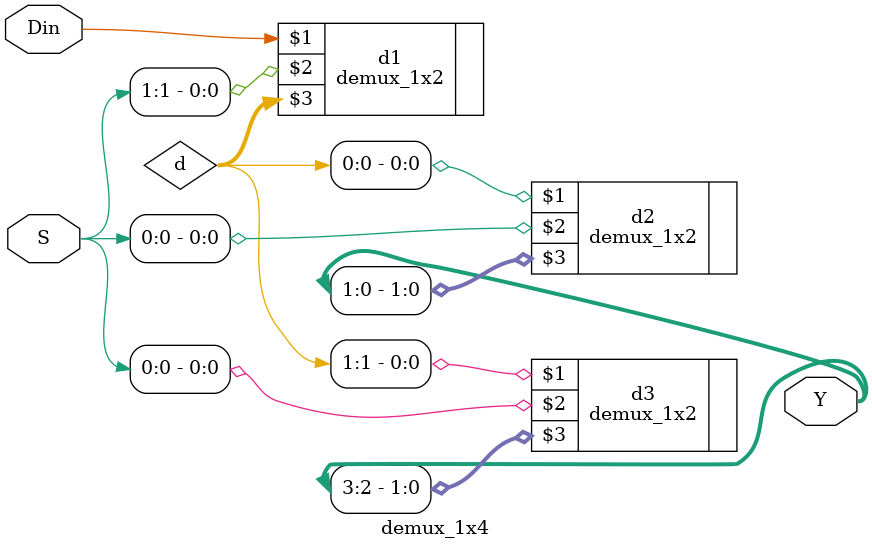
<source format=v>
`timescale 1ns / 1ps
module demux_1x4(Din, S, Y);
    input Din;
    input [1:0] S;
    output [3:0] Y;

    wire [1:0] d;  // intermediate outputs from first stage

    // First stage: split Din based on MSB (S[1])
    demux_1x2 d1(Din, S[1], d);

    // Second stage: split each half based on LSB (S[0])
    demux_1x2 d2(d[0], S[0], Y[1:0]);  // Y[0] and Y[1]
    demux_1x2 d3(d[1], S[0], Y[3:2]);  // Y[2] and Y[3]
endmodule



</source>
